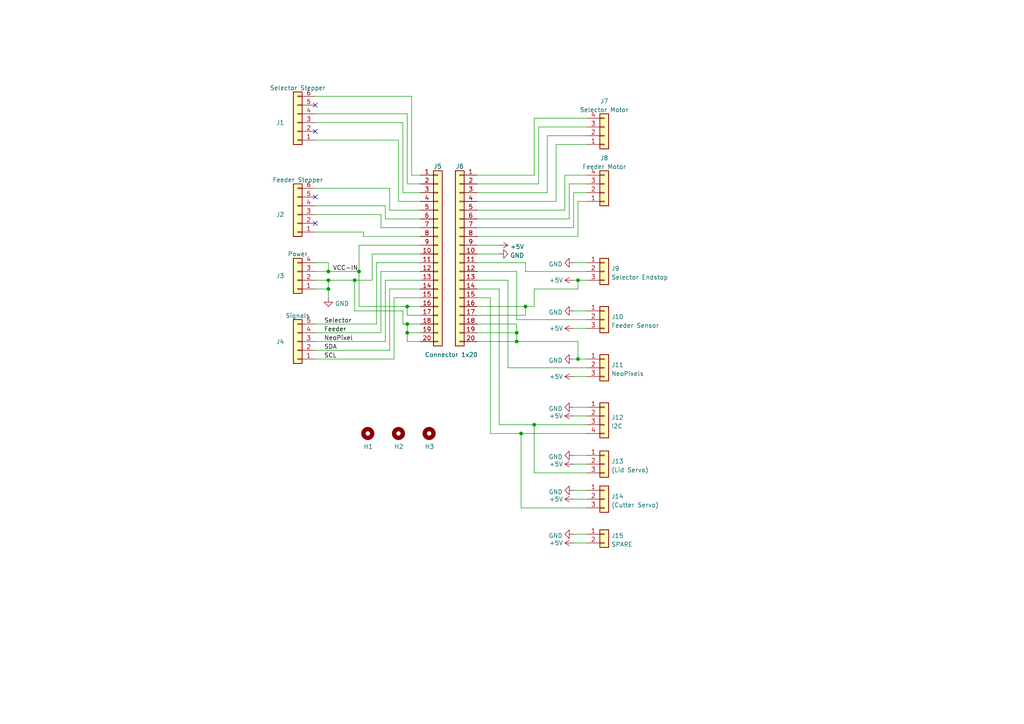
<source format=kicad_sch>
(kicad_sch (version 20231120) (generator "eeschema") (generator_version "8.0")
  (paper "A4")
  (title_block (title "SMuFF Connector Board") (date "2023-03-26") (rev "1") (company "Technik Gegg"))
  (lib_symbols
    (symbol "Connector_Generic:Conn_01x02" (pin_names (offset 1.016) hide)
      (property "Reference" "J" (at 0 2.54 0))
      (property "Value" "Conn_01x02" (at 0 -5.08 0))
      (symbol "Conn_01x02_1_1"
        (rectangle (start -1.27 -2.413) (end 0 -2.667) (stroke (width 0.1524)))
        (rectangle (start -1.27 0.127) (end 0 -0.127) (stroke (width 0.1524)))
        (rectangle (start -1.27 1.27) (end 1.27 -3.81) (stroke (width 0.254)) (fill (type background)))
        (pin passive line (at -5.08 0 0) (length 3.81) (name "Pin_1") (number "1"))
        (pin passive line (at -5.08 -2.54 0) (length 3.81) (name "Pin_2") (number "2"))
      )
    )
    (symbol "Connector_Generic:Conn_01x03" (pin_names (offset 1.016) hide)
      (property "Reference" "J" (at 0 5.08 0))
      (property "Value" "Conn_01x03" (at 0 -5.08 0))
      (symbol "Conn_01x03_1_1"
        (rectangle (start -1.27 -2.413) (end 0 -2.667) (stroke (width 0.1524)))
        (rectangle (start -1.27 0.127) (end 0 -0.127) (stroke (width 0.1524)))
        (rectangle (start -1.27 2.667) (end 0 2.413) (stroke (width 0.1524)))
        (rectangle (start -1.27 3.81) (end 1.27 -3.81) (stroke (width 0.254)) (fill (type background)))
        (pin passive line (at -5.08 2.54 0) (length 3.81) (name "Pin_1") (number "1"))
        (pin passive line (at -5.08 0 0) (length 3.81) (name "Pin_2") (number "2"))
        (pin passive line (at -5.08 -2.54 0) (length 3.81) (name "Pin_3") (number "3"))
      )
    )
    (symbol "Connector_Generic:Conn_01x04" (pin_names (offset 1.016) hide)
      (property "Reference" "J" (at 0 5.08 0))
      (property "Value" "Conn_01x04" (at 0 -7.62 0))
      (symbol "Conn_01x04_1_1"
        (rectangle (start -1.27 -4.953) (end 0 -5.207) (stroke (width 0.1524)))
        (rectangle (start -1.27 -2.413) (end 0 -2.667) (stroke (width 0.1524)))
        (rectangle (start -1.27 0.127) (end 0 -0.127) (stroke (width 0.1524)))
        (rectangle (start -1.27 2.667) (end 0 2.413) (stroke (width 0.1524)))
        (rectangle (start -1.27 3.81) (end 1.27 -6.35) (stroke (width 0.254)) (fill (type background)))
        (pin passive line (at -5.08 2.54 0) (length 3.81) (name "Pin_1") (number "1"))
        (pin passive line (at -5.08 0 0) (length 3.81) (name "Pin_2") (number "2"))
        (pin passive line (at -5.08 -2.54 0) (length 3.81) (name "Pin_3") (number "3"))
        (pin passive line (at -5.08 -5.08 0) (length 3.81) (name "Pin_4") (number "4"))
      )
    )
    (symbol "Connector_Generic:Conn_01x05" (pin_names (offset 1.016) hide)
      (property "Reference" "J" (at 0 7.62 0))
      (property "Value" "Conn_01x05" (at 0 -7.62 0))
      (symbol "Conn_01x05_1_1"
        (rectangle (start -1.27 -4.953) (end 0 -5.207) (stroke (width 0.1524)))
        (rectangle (start -1.27 -2.413) (end 0 -2.667) (stroke (width 0.1524)))
        (rectangle (start -1.27 0.127) (end 0 -0.127) (stroke (width 0.1524)))
        (rectangle (start -1.27 2.667) (end 0 2.413) (stroke (width 0.1524)))
        (rectangle (start -1.27 5.207) (end 0 4.953) (stroke (width 0.1524)))
        (rectangle (start -1.27 6.35) (end 1.27 -6.35) (stroke (width 0.254)) (fill (type background)))
        (pin passive line (at -5.08 5.08 0) (length 3.81) (name "Pin_1") (number "1"))
        (pin passive line (at -5.08 2.54 0) (length 3.81) (name "Pin_2") (number "2"))
        (pin passive line (at -5.08 0 0) (length 3.81) (name "Pin_3") (number "3"))
        (pin passive line (at -5.08 -2.54 0) (length 3.81) (name "Pin_4") (number "4"))
        (pin passive line (at -5.08 -5.08 0) (length 3.81) (name "Pin_5") (number "5"))
      )
    )
    (symbol "Connector_Generic:Conn_01x06" (pin_names (offset 1.016) hide)
      (property "Reference" "J" (at 0 7.62 0))
      (property "Value" "Conn_01x06" (at 0 -10.16 0))
      (symbol "Conn_01x06_1_1"
        (rectangle (start -1.27 -7.493) (end 0 -7.747) (stroke (width 0.1524)))
        (rectangle (start -1.27 -4.953) (end 0 -5.207) (stroke (width 0.1524)))
        (rectangle (start -1.27 -2.413) (end 0 -2.667) (stroke (width 0.1524)))
        (rectangle (start -1.27 0.127) (end 0 -0.127) (stroke (width 0.1524)))
        (rectangle (start -1.27 2.667) (end 0 2.413) (stroke (width 0.1524)))
        (rectangle (start -1.27 5.207) (end 0 4.953) (stroke (width 0.1524)))
        (rectangle (start -1.27 6.35) (end 1.27 -8.89) (stroke (width 0.254)) (fill (type background)))
        (pin passive line (at -5.08 5.08 0) (length 3.81) (name "Pin_1") (number "1"))
        (pin passive line (at -5.08 2.54 0) (length 3.81) (name "Pin_2") (number "2"))
        (pin passive line (at -5.08 0 0) (length 3.81) (name "Pin_3") (number "3"))
        (pin passive line (at -5.08 -2.54 0) (length 3.81) (name "Pin_4") (number "4"))
        (pin passive line (at -5.08 -5.08 0) (length 3.81) (name "Pin_5") (number "5"))
        (pin passive line (at -5.08 -7.62 0) (length 3.81) (name "Pin_6") (number "6"))
      )
    )
    (symbol "Connector_Generic:Conn_01x20" (pin_names (offset 1.016) hide)
      (property "Reference" "J" (at 0 25.4 0))
      (property "Value" "Conn_01x20" (at 0 -27.94 0))
      (symbol "Conn_01x20_1_1"
        (rectangle (start -1.27 -25.273) (end 0 -25.527) (stroke (width 0.1524)))
        (rectangle (start -1.27 -22.733) (end 0 -22.987) (stroke (width 0.1524)))
        (rectangle (start -1.27 -20.193) (end 0 -20.447) (stroke (width 0.1524)))
        (rectangle (start -1.27 -17.653) (end 0 -17.907) (stroke (width 0.1524)))
        (rectangle (start -1.27 -15.113) (end 0 -15.367) (stroke (width 0.1524)))
        (rectangle (start -1.27 -12.573) (end 0 -12.827) (stroke (width 0.1524)))
        (rectangle (start -1.27 -10.033) (end 0 -10.287) (stroke (width 0.1524)))
        (rectangle (start -1.27 -7.493) (end 0 -7.747) (stroke (width 0.1524)))
        (rectangle (start -1.27 -4.953) (end 0 -5.207) (stroke (width 0.1524)))
        (rectangle (start -1.27 -2.413) (end 0 -2.667) (stroke (width 0.1524)))
        (rectangle (start -1.27 0.127) (end 0 -0.127) (stroke (width 0.1524)))
        (rectangle (start -1.27 2.667) (end 0 2.413) (stroke (width 0.1524)))
        (rectangle (start -1.27 5.207) (end 0 4.953) (stroke (width 0.1524)))
        (rectangle (start -1.27 7.747) (end 0 7.493) (stroke (width 0.1524)))
        (rectangle (start -1.27 10.287) (end 0 10.033) (stroke (width 0.1524)))
        (rectangle (start -1.27 12.827) (end 0 12.573) (stroke (width 0.1524)))
        (rectangle (start -1.27 15.367) (end 0 15.113) (stroke (width 0.1524)))
        (rectangle (start -1.27 17.907) (end 0 17.653) (stroke (width 0.1524)))
        (rectangle (start -1.27 20.447) (end 0 20.193) (stroke (width 0.1524)))
        (rectangle (start -1.27 22.987) (end 0 22.733) (stroke (width 0.1524)))
        (rectangle (start -1.27 24.13) (end 1.27 -26.67) (stroke (width 0.254)) (fill (type background)))
        (pin passive line (at -5.08 22.86 0) (length 3.81) (name "Pin_1") (number "1"))
        (pin passive line (at -5.08 0 0) (length 3.81) (name "Pin_10") (number "10"))
        (pin passive line (at -5.08 -2.54 0) (length 3.81) (name "Pin_11") (number "11"))
        (pin passive line (at -5.08 -5.08 0) (length 3.81) (name "Pin_12") (number "12"))
        (pin passive line (at -5.08 -7.62 0) (length 3.81) (name "Pin_13") (number "13"))
        (pin passive line (at -5.08 -10.16 0) (length 3.81) (name "Pin_14") (number "14"))
        (pin passive line (at -5.08 -12.7 0) (length 3.81) (name "Pin_15") (number "15"))
        (pin passive line (at -5.08 -15.24 0) (length 3.81) (name "Pin_16") (number "16"))
        (pin passive line (at -5.08 -17.78 0) (length 3.81) (name "Pin_17") (number "17"))
        (pin passive line (at -5.08 -20.32 0) (length 3.81) (name "Pin_18") (number "18"))
        (pin passive line (at -5.08 -22.86 0) (length 3.81) (name "Pin_19") (number "19"))
        (pin passive line (at -5.08 20.32 0) (length 3.81) (name "Pin_2") (number "2"))
        (pin passive line (at -5.08 -25.4 0) (length 3.81) (name "Pin_20") (number "20"))
        (pin passive line (at -5.08 17.78 0) (length 3.81) (name "Pin_3") (number "3"))
        (pin passive line (at -5.08 15.24 0) (length 3.81) (name "Pin_4") (number "4"))
        (pin passive line (at -5.08 12.7 0) (length 3.81) (name "Pin_5") (number "5"))
        (pin passive line (at -5.08 10.16 0) (length 3.81) (name "Pin_6") (number "6"))
        (pin passive line (at -5.08 7.62 0) (length 3.81) (name "Pin_7") (number "7"))
        (pin passive line (at -5.08 5.08 0) (length 3.81) (name "Pin_8") (number "8"))
        (pin passive line (at -5.08 2.54 0) (length 3.81) (name "Pin_9") (number "9"))
      )
    )
    (symbol "Mechanical:MountingHole" (pin_names (offset 1.016))
      (property "Reference" "H" (at 0 5.08 0))
      (property "Value" "MountingHole" (at 0 3.175 0))
      (symbol "MountingHole_0_1"
        (circle (center 0 0) (radius 1.27) (stroke (width 1.27)))
      )
    )
    (symbol "power:+5V" (power) (pin_names (offset 0))
      (property "Value" "+5V" (at 0 3.556 0))
      (symbol "+5V_0_1"
        (polyline (pts (xy -0.762 1.27) (xy 0 2.54)))
        (polyline (pts (xy 0 0) (xy 0 2.54)))
        (polyline (pts (xy 0 2.54) (xy 0.762 1.27)))
      )
      (symbol "+5V_1_1"
        (pin power_in line (at 0 0 90) (length 0) hide (name "+5V") (number "1"))
      )
    )
    (symbol "power:GND" (power) (pin_names (offset 0))
      (property "Value" "GND" (at 0 -3.81 0))
      (symbol "GND_0_1"
        (polyline (pts (xy 0 0) (xy 0 -1.27) (xy 1.27 -1.27) (xy 0 -2.54) (xy -1.27 -1.27) (xy 0 -1.27)))
      )
      (symbol "GND_1_1"
        (pin power_in line (at 0 0 270) (length 0) hide (name "GND") (number "1"))
      )
    )
  )
  (junction (at 118.11 96.52))
  (junction (at 95.25 81.28))
  (junction (at 104.14 78.74))
  (junction (at 149.86 96.52))
  (junction (at 118.11 93.98))
  (junction (at 154.94 123.19))
  (junction (at 149.86 99.06))
  (junction (at 95.25 78.74))
  (junction (at 118.11 88.9))
  (junction (at 167.64 81.28))
  (junction (at 152.4 88.9))
  (junction (at 102.87 81.28))
  (junction (at 95.25 83.82))
  (junction (at 167.64 104.14))
  (junction (at 151.13 125.73))
  (no_connect (at 91.44 64.77))
  (no_connect (at 91.44 38.1))
  (no_connect (at 91.44 30.48))
  (no_connect (at 91.44 57.15))
  (wire (pts (xy 116.84 90.17) (xy 102.87 90.17)))
  (wire (pts (xy 113.03 83.82) (xy 121.92 83.82)))
  (wire (pts (xy 111.76 81.28) (xy 111.76 99.06)))
  (wire (pts (xy 102.87 90.17) (xy 102.87 81.28)))
  (wire (pts (xy 95.25 78.74) (xy 104.14 78.74)))
  (wire (pts (xy 91.44 59.69) (xy 111.76 59.69)))
  (wire (pts (xy 119.38 50.8) (xy 121.92 50.8)))
  (wire (pts (xy 111.76 81.28) (xy 121.92 81.28)))
  (wire (pts (xy 91.44 96.52) (xy 110.49 96.52)))
  (wire (pts (xy 138.43 88.9) (xy 152.4 88.9)))
  (wire (pts (xy 107.95 73.66) (xy 107.95 81.28)))
  (wire (pts (xy 121.92 88.9) (xy 118.11 88.9)))
  (wire (pts (xy 109.22 76.2) (xy 109.22 93.98)))
  (wire (pts (xy 118.11 53.34) (xy 118.11 33.02)))
  (wire (pts (xy 154.94 83.82) (xy 167.64 83.82)))
  (wire (pts (xy 147.32 106.68) (xy 170.18 106.68)))
  (wire (pts (xy 121.92 68.58) (xy 105.41 68.58)))
  (wire (pts (xy 109.22 76.2) (xy 121.92 76.2)))
  (wire (pts (xy 138.43 63.5) (xy 165.1 63.5)))
  (wire (pts (xy 119.38 27.94) (xy 119.38 50.8)))
  (wire (pts (xy 110.49 66.04) (xy 121.92 66.04)))
  (wire (pts (xy 91.44 76.2) (xy 95.25 76.2)))
  (wire (pts (xy 138.43 96.52) (xy 149.86 96.52)))
  (wire (pts (xy 156.21 36.83) (xy 156.21 53.34)))
  (wire (pts (xy 152.4 91.44) (xy 152.4 88.9)))
  (wire (pts (xy 116.84 55.88) (xy 121.92 55.88)))
  (wire (pts (xy 110.49 62.23) (xy 110.49 66.04)))
  (wire (pts (xy 144.78 123.19) (xy 144.78 83.82)))
  (wire (pts (xy 163.83 60.96) (xy 138.43 60.96)))
  (wire (pts (xy 104.14 71.12) (xy 121.92 71.12)))
  (wire (pts (xy 91.44 101.6) (xy 113.03 101.6)))
  (wire (pts (xy 154.94 34.29) (xy 170.18 34.29)))
  (wire (pts (xy 166.37 144.78) (xy 170.18 144.78)))
  (wire (pts (xy 105.41 68.58) (xy 105.41 67.31)))
  (wire (pts (xy 167.64 68.58) (xy 167.64 58.42)))
  (wire (pts (xy 152.4 88.9) (xy 154.94 88.9)))
  (wire (pts (xy 138.43 78.74) (xy 149.86 78.74)))
  (wire (pts (xy 138.43 91.44) (xy 152.4 91.44)))
  (wire (pts (xy 166.37 109.22) (xy 170.18 109.22)))
  (wire (pts (xy 116.84 35.56) (xy 116.84 55.88)))
  (wire (pts (xy 151.13 125.73) (xy 170.18 125.73)))
  (wire (pts (xy 166.37 55.88) (xy 166.37 66.04)))
  (wire (pts (xy 109.22 93.98) (xy 91.44 93.98)))
  (wire (pts (xy 114.3 104.14) (xy 91.44 104.14)))
  (wire (pts (xy 95.25 81.28) (xy 91.44 81.28)))
  (wire (pts (xy 102.87 81.28) (xy 107.95 81.28)))
  (wire (pts (xy 91.44 67.31) (xy 105.41 67.31)))
  (wire (pts (xy 166.37 76.2) (xy 170.18 76.2)))
  (wire (pts (xy 166.37 90.17) (xy 170.18 90.17)))
  (wire (pts (xy 170.18 41.91) (xy 161.29 41.91)))
  (wire (pts (xy 91.44 83.82) (xy 95.25 83.82)))
  (wire (pts (xy 170.18 137.16) (xy 154.94 137.16)))
  (wire (pts (xy 165.1 63.5) (xy 165.1 53.34)))
  (wire (pts (xy 166.37 118.11) (xy 170.18 118.11)))
  (wire (pts (xy 138.43 93.98) (xy 149.86 93.98)))
  (wire (pts (xy 166.37 134.62) (xy 170.18 134.62)))
  (wire (pts (xy 111.76 63.5) (xy 121.92 63.5)))
  (wire (pts (xy 154.94 123.19) (xy 144.78 123.19)))
  (wire (pts (xy 158.75 55.88) (xy 158.75 39.37)))
  (wire (pts (xy 142.24 86.36) (xy 142.24 125.73)))
  (wire (pts (xy 138.43 50.8) (xy 154.94 50.8)))
  (wire (pts (xy 116.84 93.98) (xy 116.84 90.17)))
  (wire (pts (xy 167.64 58.42) (xy 170.18 58.42)))
  (wire (pts (xy 95.25 81.28) (xy 102.87 81.28)))
  (wire (pts (xy 170.18 55.88) (xy 166.37 55.88)))
  (wire (pts (xy 118.11 99.06) (xy 118.11 96.52)))
  (wire (pts (xy 121.92 93.98) (xy 118.11 93.98)))
  (wire (pts (xy 166.37 132.08) (xy 170.18 132.08)))
  (wire (pts (xy 149.86 92.71) (xy 149.86 78.74)))
  (wire (pts (xy 138.43 81.28) (xy 147.32 81.28)))
  (wire (pts (xy 167.64 83.82) (xy 167.64 81.28)))
  (wire (pts (xy 138.43 76.2) (xy 152.4 76.2)))
  (wire (pts (xy 167.64 81.28) (xy 170.18 81.28)))
  (wire (pts (xy 138.43 73.66) (xy 144.78 73.66)))
  (wire (pts (xy 147.32 81.28) (xy 147.32 106.68)))
  (wire (pts (xy 95.25 76.2) (xy 95.25 78.74)))
  (wire (pts (xy 111.76 59.69) (xy 111.76 63.5)))
  (wire (pts (xy 154.94 50.8) (xy 154.94 34.29)))
  (wire (pts (xy 121.92 73.66) (xy 107.95 73.66)))
  (wire (pts (xy 114.3 86.36) (xy 121.92 86.36)))
  (wire (pts (xy 138.43 71.12) (xy 144.78 71.12)))
  (wire (pts (xy 156.21 53.34) (xy 138.43 53.34)))
  (wire (pts (xy 115.57 58.42) (xy 115.57 40.64)))
  (wire (pts (xy 161.29 58.42) (xy 138.43 58.42)))
  (wire (pts (xy 118.11 88.9) (xy 104.14 88.9)))
  (wire (pts (xy 121.92 60.96) (xy 113.03 60.96)))
  (wire (pts (xy 121.92 99.06) (xy 118.11 99.06)))
  (wire (pts (xy 166.37 142.24) (xy 170.18 142.24)))
  (wire (pts (xy 165.1 53.34) (xy 170.18 53.34)))
  (wire (pts (xy 91.44 27.94) (xy 119.38 27.94)))
  (wire (pts (xy 166.37 81.28) (xy 167.64 81.28)))
  (wire (pts (xy 167.64 99.06) (xy 167.64 104.14)))
  (wire (pts (xy 170.18 123.19) (xy 154.94 123.19)))
  (wire (pts (xy 138.43 83.82) (xy 144.78 83.82)))
  (wire (pts (xy 121.92 53.34) (xy 118.11 53.34)))
  (wire (pts (xy 166.37 154.94) (xy 170.18 154.94)))
  (wire (pts (xy 104.14 88.9) (xy 104.14 78.74)))
  (wire (pts (xy 158.75 39.37) (xy 170.18 39.37)))
  (wire (pts (xy 149.86 93.98) (xy 149.86 96.52)))
  (wire (pts (xy 138.43 86.36) (xy 142.24 86.36)))
  (wire (pts (xy 121.92 96.52) (xy 118.11 96.52)))
  (wire (pts (xy 163.83 50.8) (xy 163.83 60.96)))
  (wire (pts (xy 95.25 78.74) (xy 91.44 78.74)))
  (wire (pts (xy 118.11 93.98) (xy 116.84 93.98)))
  (wire (pts (xy 118.11 91.44) (xy 118.11 88.9)))
  (wire (pts (xy 138.43 99.06) (xy 149.86 99.06)))
  (wire (pts (xy 138.43 55.88) (xy 158.75 55.88)))
  (wire (pts (xy 166.37 157.48) (xy 170.18 157.48)))
  (wire (pts (xy 95.25 83.82) (xy 95.25 81.28)))
  (wire (pts (xy 149.86 99.06) (xy 167.64 99.06)))
  (wire (pts (xy 95.25 83.82) (xy 95.25 86.36)))
  (wire (pts (xy 166.37 95.25) (xy 170.18 95.25)))
  (wire (pts (xy 166.37 120.65) (xy 170.18 120.65)))
  (wire (pts (xy 104.14 71.12) (xy 104.14 78.74)))
  (wire (pts (xy 91.44 35.56) (xy 116.84 35.56)))
  (wire (pts (xy 166.37 104.14) (xy 167.64 104.14)))
  (wire (pts (xy 111.76 99.06) (xy 91.44 99.06)))
  (wire (pts (xy 138.43 68.58) (xy 167.64 68.58)))
  (wire (pts (xy 121.92 91.44) (xy 118.11 91.44)))
  (wire (pts (xy 115.57 40.64) (xy 91.44 40.64)))
  (wire (pts (xy 167.64 104.14) (xy 170.18 104.14)))
  (wire (pts (xy 154.94 137.16) (xy 154.94 123.19)))
  (wire (pts (xy 142.24 125.73) (xy 151.13 125.73)))
  (wire (pts (xy 149.86 96.52) (xy 149.86 99.06)))
  (wire (pts (xy 114.3 86.36) (xy 114.3 104.14)))
  (wire (pts (xy 113.03 83.82) (xy 113.03 101.6)))
  (wire (pts (xy 170.18 36.83) (xy 156.21 36.83)))
  (wire (pts (xy 118.11 96.52) (xy 118.11 93.98)))
  (wire (pts (xy 91.44 62.23) (xy 110.49 62.23)))
  (wire (pts (xy 154.94 88.9) (xy 154.94 83.82)))
  (wire (pts (xy 91.44 54.61) (xy 113.03 54.61)))
  (wire (pts (xy 170.18 50.8) (xy 163.83 50.8)))
  (wire (pts (xy 121.92 58.42) (xy 115.57 58.42)))
  (wire (pts (xy 170.18 147.32) (xy 151.13 147.32)))
  (wire (pts (xy 110.49 78.74) (xy 121.92 78.74)))
  (wire (pts (xy 170.18 92.71) (xy 149.86 92.71)))
  (wire (pts (xy 161.29 41.91) (xy 161.29 58.42)))
  (wire (pts (xy 151.13 147.32) (xy 151.13 125.73)))
  (wire (pts (xy 152.4 78.74) (xy 152.4 76.2)))
  (wire (pts (xy 118.11 33.02) (xy 91.44 33.02)))
  (wire (pts (xy 170.18 78.74) (xy 152.4 78.74)))
  (wire (pts (xy 113.03 60.96) (xy 113.03 54.61)))
  (wire (pts (xy 110.49 78.74) (xy 110.49 96.52)))
  (wire (pts (xy 166.37 66.04) (xy 138.43 66.04)))
  (label "SCL" (at 93.98 104.14 0))
  (label "Feeder" (at 93.98 96.52 0))
  (label "Selector" (at 93.98 93.98 0))
  (label "NeoPixel" (at 93.98 99.06 0))
  (label "VCC-IN" (at 96.52 78.74 0))
  (label "SDA" (at 93.98 101.6 0))
  (symbol (lib_id "Connector_Generic:Conn_01x05") (at 86.36 99.06 180) (unit 1)
    (property "Reference" "J4" (at 81.28 99.06 0))
    (property "Value" "Signals" (at 86.36 91.5471 0))
    (property "Footprint" "Connector_JST:JST_XH_B5B-XH-A_1x05_P2.50mm_Vertical" (effects (hide yes)))
  )
  (symbol (lib_id "Connector_Generic:Conn_01x06") (at 86.36 35.56 180) (unit 1)
    (property "Reference" "J1" (at 81.28 35.56 0))
    (property "Value" "Selector Stepper" (at 86.36 25.5071 0))
    (property "Footprint" "Connector_JST:JST_PH_B6B-PH-K_1x06_P2.00mm_Vertical" (effects (hide yes)))
  )
  (symbol (lib_id "Connector_Generic:Conn_01x20") (at 133.35 73.66 0) (mirror y) (unit 1)
    (property "Reference" "J6" (at 133.35 48.26 0))
    (property "Value" "Conn_01x16" (effects (hide yes)))
    (property "Footprint" "Connector_PinHeader_1.27mm:PinHeader_1x20_P1.27mm_Vertical" (effects (hide yes)))
  )
  (symbol (lib_id "power:GND") (at 166.37 76.2 270) (unit 1)
    (property "Reference" "#PWR05" (effects (hide yes)))
    (property "Value" "GND" (at 163.1951 76.6338 90) (effects (justify right)))
  )
  (symbol (lib_id "Connector_Generic:Conn_01x04") (at 175.26 120.65 0) (unit 1)
    (property "Reference" "J12" (at 177.292 121.0853 0) (effects (justify left)))
    (property "Value" "I2C" (at 177.292 123.6222 0) (effects (justify left)))
    (property "Footprint" "Connector_JST:JST_XH_B4B-XH-A_1x04_P2.50mm_Vertical" (effects (hide yes)))
  )
  (symbol (lib_id "Connector_Generic:Conn_01x06") (at 86.36 62.23 180) (unit 1)
    (property "Reference" "J2" (at 81.28 62.23 0))
    (property "Value" "Feeder Stepper" (at 86.36 52.1771 0))
    (property "Footprint" "Connector_JST:JST_PH_B6B-PH-K_1x06_P2.00mm_Vertical" (effects (hide yes)))
  )
  (symbol (lib_id "power:+5V") (at 166.37 109.22 90) (unit 1)
    (property "Reference" "#PWR010" (effects (hide yes)))
    (property "Value" "+5V" (at 161.29 109.22 90))
  )
  (symbol (lib_id "Connector_Generic:Conn_01x04") (at 175.26 55.88 0) (mirror x) (unit 1)
    (property "Reference" "J8" (at 175.26 45.8302 0))
    (property "Value" "Feeder Motor" (at 175.26 48.3671 0))
    (property "Footprint" "Connector_JST:JST_XH_B4B-XH-A_1x04_P2.50mm_Vertical" (effects (hide yes)))
  )
  (symbol (lib_id "power:+5V") (at 166.37 95.25 90) (unit 1)
    (property "Reference" "#PWR08" (effects (hide yes)))
    (property "Value" "+5V" (at 161.29 95.25 90))
  )
  (symbol (lib_id "Mechanical:MountingHole") (at 106.68 125.73 0) (unit 1)
    (property "Reference" "H1" (at 105.41 129.54 0) (effects (justify left)))
    (property "Value" "MountingHole" (effects (hide yes)))
    (property "Footprint" "MountingHole:MountingHole_3mm" (effects (hide yes)))
  )
  (symbol (lib_id "power:GND") (at 166.37 132.08 270) (unit 1)
    (property "Reference" "#PWR0102" (effects (hide yes)))
    (property "Value" "GND" (at 163.1951 132.5138 90) (effects (justify right)))
  )
  (symbol (lib_id "Connector_Generic:Conn_01x20") (at 127 73.66 0) (unit 1)
    (property "Reference" "J5" (at 125.73 48.26 0) (effects (justify left)))
    (property "Value" "Connector 1x20" (at 123.19 102.87 0) (effects (justify left)))
    (property "Footprint" "Connector_PinHeader_1.27mm:PinHeader_1x20_P1.27mm_Vertical" (effects (hide yes)))
  )
  (symbol (lib_id "power:GND") (at 166.37 154.94 270) (unit 1)
    (property "Reference" "#PWR0105" (effects (hide yes)))
    (property "Value" "GND" (at 163.1951 155.3738 90) (effects (justify right)))
  )
  (symbol (lib_id "Connector_Generic:Conn_01x03") (at 175.26 134.62 0) (unit 1)
    (property "Reference" "J13" (at 177.292 133.7853 0) (effects (justify left)))
    (property "Value" "(Lid Servo)" (at 177.292 136.3222 0) (effects (justify left)))
    (property "Footprint" "Connector_PinHeader_2.54mm:PinHeader_1x03_P2.54mm_Vertical" (effects (hide yes)))
  )
  (symbol (lib_id "power:GND") (at 166.37 142.24 270) (unit 1)
    (property "Reference" "#PWR0103" (effects (hide yes)))
    (property "Value" "GND" (at 163.1951 142.6738 90) (effects (justify right)))
  )
  (symbol (lib_id "power:+5V") (at 166.37 144.78 90) (unit 1)
    (property "Reference" "#PWR0104" (effects (hide yes)))
    (property "Value" "+5V" (at 161.29 144.78 90))
  )
  (symbol (lib_id "power:+5V") (at 166.37 81.28 90) (unit 1)
    (property "Reference" "#PWR06" (effects (hide yes)))
    (property "Value" "+5V" (at 161.29 81.28 90))
  )
  (symbol (lib_id "power:+5V") (at 166.37 120.65 90) (unit 1)
    (property "Reference" "#PWR012" (effects (hide yes)))
    (property "Value" "+5V" (at 161.29 120.65 90))
  )
  (symbol (lib_id "Connector_Generic:Conn_01x02") (at 175.26 154.94 0) (unit 1)
    (property "Reference" "J15" (at 177.292 155.3753 0) (effects (justify left)))
    (property "Value" "SPARE" (at 177.292 157.9122 0) (effects (justify left)))
    (property "Footprint" "Connector_JST:JST_XH_B2B-XH-A_1x02_P2.50mm_Vertical" (effects (hide yes)))
  )
  (symbol (lib_id "Connector_Generic:Conn_01x03") (at 175.26 92.71 0) (unit 1)
    (property "Reference" "J10" (at 177.292 91.8753 0) (effects (justify left)))
    (property "Value" "Feeder Sensor" (at 177.292 94.4122 0) (effects (justify left)))
    (property "Footprint" "Connector_JST:JST_XH_B3B-XH-A_1x03_P2.50mm_Vertical" (effects (hide yes)))
  )
  (symbol (lib_id "Mechanical:MountingHole") (at 124.46 125.73 0) (unit 1)
    (property "Reference" "H3" (at 123.19 129.54 0) (effects (justify left)))
    (property "Value" "MountingHole" (effects (hide yes)))
    (property "Footprint" "MountingHole:MountingHole_3mm" (effects (hide yes)))
  )
  (symbol (lib_id "Connector_Generic:Conn_01x03") (at 175.26 106.68 0) (unit 1)
    (property "Reference" "J11" (at 177.292 105.8453 0) (effects (justify left)))
    (property "Value" "NeoPixels" (at 177.292 108.3822 0) (effects (justify left)))
    (property "Footprint" "Connector_JST:JST_XH_B3B-XH-A_1x03_P2.50mm_Vertical" (effects (hide yes)))
  )
  (symbol (lib_id "power:+5V") (at 166.37 157.48 90) (unit 1)
    (property "Reference" "#PWR0106" (effects (hide yes)))
    (property "Value" "+5V" (at 161.29 157.48 90))
  )
  (symbol (lib_id "power:+5V") (at 144.78 71.12 270) (unit 1)
    (property "Reference" "#PWR03" (effects (hide yes)))
    (property "Value" "+5V" (at 147.955 71.5538 90) (effects (justify left)))
  )
  (symbol (lib_id "Connector_Generic:Conn_01x04") (at 175.26 39.37 0) (mirror x) (unit 1)
    (property "Reference" "J7" (at 175.26 29.3202 0))
    (property "Value" "Selector Motor" (at 175.26 31.8571 0))
    (property "Footprint" "Connector_JST:JST_XH_B4B-XH-A_1x04_P2.50mm_Vertical" (effects (hide yes)))
  )
  (symbol (lib_id "Mechanical:MountingHole") (at 115.57 125.73 0) (unit 1)
    (property "Reference" "H2" (at 114.3 129.54 0) (effects (justify left)))
    (property "Value" "MountingHole" (effects (hide yes)))
    (property "Footprint" "MountingHole:MountingHole_3mm" (effects (hide yes)))
  )
  (symbol (lib_id "Connector_Generic:Conn_01x03") (at 175.26 78.74 0) (unit 1)
    (property "Reference" "J9" (at 177.292 77.9053 0) (effects (justify left)))
    (property "Value" "Selector Endstop" (at 177.292 80.4422 0) (effects (justify left)))
    (property "Footprint" "Connector_JST:JST_XH_B3B-XH-A_1x03_P2.50mm_Vertical" (effects (hide yes)))
  )
  (symbol (lib_id "Connector_Generic:Conn_01x04") (at 86.36 81.28 180) (unit 1)
    (property "Reference" "J3" (at 81.28 80.01 0))
    (property "Value" "Power" (at 86.36 73.66 0))
    (property "Footprint" "Connector_JST:JST_XH_B4B-XH-A_1x04_P2.50mm_Vertical" (effects (hide yes)))
  )
  (symbol (lib_id "power:GND") (at 166.37 118.11 270) (unit 1)
    (property "Reference" "#PWR011" (effects (hide yes)))
    (property "Value" "GND" (at 163.1951 118.5438 90) (effects (justify right)))
  )
  (symbol (lib_id "power:GND") (at 144.78 73.66 90) (unit 1)
    (property "Reference" "#PWR04" (effects (hide yes)))
    (property "Value" "GND" (at 147.955 74.0938 90) (effects (justify right)))
  )
  (symbol (lib_id "power:GND") (at 166.37 90.17 270) (unit 1)
    (property "Reference" "#PWR07" (effects (hide yes)))
    (property "Value" "GND" (at 163.1951 90.6038 90) (effects (justify right)))
  )
  (symbol (lib_id "Connector_Generic:Conn_01x03") (at 175.26 144.78 0) (unit 1)
    (property "Reference" "J14" (at 177.292 143.9453 0) (effects (justify left)))
    (property "Value" "(Cutter Servo)" (at 177.292 146.4822 0) (effects (justify left)))
    (property "Footprint" "Connector_PinHeader_2.54mm:PinHeader_1x03_P2.54mm_Vertical" (effects (hide yes)))
  )
  (symbol (lib_id "power:+5V") (at 166.37 134.62 90) (unit 1)
    (property "Reference" "#PWR0101" (effects (hide yes)))
    (property "Value" "+5V" (at 161.29 134.62 90))
  )
  (symbol (lib_id "power:GND") (at 95.25 86.36 0) (unit 1)
    (property "Reference" "#PWR0107" (effects (hide yes)))
    (property "Value" "GND" (at 97.155 88.0638 0) (effects (justify left)))
  )
  (symbol (lib_id "power:GND") (at 166.37 104.14 270) (unit 1)
    (property "Reference" "#PWR09" (effects (hide yes)))
    (property "Value" "GND" (at 163.1951 104.5738 90) (effects (justify right)))
  )
)
</source>
